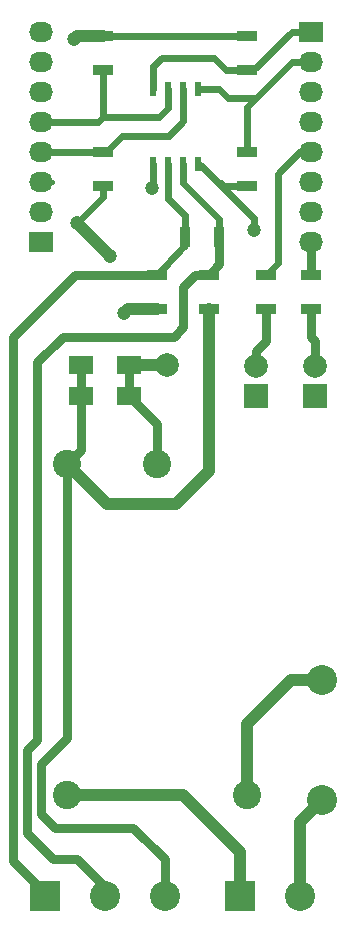
<source format=gbr>
G04 #@! TF.FileFunction,Copper,L1,Top,Signal*
%FSLAX46Y46*%
G04 Gerber Fmt 4.6, Leading zero omitted, Abs format (unit mm)*
G04 Created by KiCad (PCBNEW 4.0.7-e2-6376~61~ubuntu18.04.1) date Sun Jul 15 10:10:36 2018*
%MOMM*%
%LPD*%
G01*
G04 APERTURE LIST*
%ADD10C,0.100000*%
%ADD11R,2.000000X2.000000*%
%ADD12C,2.000000*%
%ADD13C,2.540000*%
%ADD14R,2.540000X2.540000*%
%ADD15C,1.998980*%
%ADD16R,0.508000X1.143000*%
%ADD17R,2.000000X1.600000*%
%ADD18R,1.700000X0.900000*%
%ADD19R,0.900000X1.700000*%
%ADD20R,2.032000X1.727200*%
%ADD21O,2.032000X1.727200*%
%ADD22C,2.400000*%
%ADD23C,1.200000*%
%ADD24C,0.600000*%
%ADD25C,0.800000*%
%ADD26C,1.000000*%
%ADD27C,0.400000*%
%ADD28C,0.700000*%
G04 APERTURE END LIST*
D10*
D11*
X127110000Y-85920000D03*
D12*
X127110000Y-83380000D03*
D11*
X132110000Y-85920000D03*
D12*
X132110000Y-83380000D03*
D13*
X132710000Y-120120000D03*
X132710000Y-109960000D03*
D14*
X125730000Y-128270000D03*
D13*
X130810000Y-128270000D03*
D14*
X109220000Y-128270000D03*
D13*
X114300000Y-128270000D03*
X119380000Y-128270000D03*
D15*
X119510000Y-83320000D03*
D16*
X122215000Y-66295000D03*
X120945000Y-66295000D03*
X119675000Y-66295000D03*
X118405000Y-66295000D03*
X118405000Y-59945000D03*
X119675000Y-59945000D03*
X120945000Y-59945000D03*
X122215000Y-59945000D03*
D17*
X116310000Y-85920000D03*
X112310000Y-85920000D03*
X116310000Y-83320000D03*
X112310000Y-83320000D03*
D18*
X126310000Y-65270000D03*
X126310000Y-68170000D03*
X114110000Y-65270000D03*
X114110000Y-68170000D03*
X114110000Y-58370000D03*
X114110000Y-55470000D03*
X126310000Y-58370000D03*
X126310000Y-55470000D03*
X118710000Y-75670000D03*
X118710000Y-78570000D03*
X127910000Y-78570000D03*
X127910000Y-75670000D03*
X131710000Y-78570000D03*
X131710000Y-75670000D03*
X123110000Y-78570000D03*
X123110000Y-75670000D03*
D19*
X121060000Y-72520000D03*
X123960000Y-72520000D03*
D20*
X131710000Y-55120000D03*
D21*
X131710000Y-57660000D03*
X131710000Y-60200000D03*
X131710000Y-62740000D03*
X131710000Y-65280000D03*
X131710000Y-67820000D03*
X131710000Y-70360000D03*
X131710000Y-72900000D03*
D20*
X108910000Y-72920000D03*
D21*
X108910000Y-70380000D03*
X108910000Y-67840000D03*
X108910000Y-65300000D03*
X108910000Y-62760000D03*
X108910000Y-60220000D03*
X108910000Y-57680000D03*
X108910000Y-55140000D03*
D22*
X111110000Y-119720000D03*
X126310000Y-119720000D03*
X111110000Y-91720000D03*
X118710000Y-91720000D03*
D23*
X118310000Y-68320000D03*
X111710000Y-55720000D03*
X111910000Y-71320000D03*
X114710000Y-74120000D03*
X126910000Y-71920000D03*
X115910000Y-78920000D03*
D24*
X118405000Y-66295000D02*
X118405000Y-68225000D01*
X118405000Y-68225000D02*
X118310000Y-68320000D01*
D25*
X112310000Y-85920000D02*
X112310000Y-90520000D01*
X112310000Y-90520000D02*
X111110000Y-91720000D01*
X112310000Y-83320000D02*
X112310000Y-85920000D01*
X119380000Y-128270000D02*
X119380000Y-125190000D01*
X119380000Y-125190000D02*
X116710000Y-122520000D01*
X116710000Y-122520000D02*
X110110000Y-122520000D01*
X110110000Y-122520000D02*
X108910000Y-121320000D01*
X108910000Y-121320000D02*
X108910000Y-117120000D01*
X108910000Y-117120000D02*
X111110000Y-114920000D01*
X111110000Y-114920000D02*
X111110000Y-91720000D01*
D26*
X123110000Y-78570000D02*
X123110000Y-92320000D01*
X123110000Y-92320000D02*
X120310000Y-95120000D01*
X120310000Y-95120000D02*
X114510000Y-95120000D01*
X114510000Y-95120000D02*
X111110000Y-91720000D01*
X111110000Y-91720000D02*
X111110000Y-91120000D01*
D24*
X111910000Y-71320000D02*
X114110000Y-69120000D01*
X114110000Y-69120000D02*
X114110000Y-68170000D01*
D26*
X111960000Y-55470000D02*
X114110000Y-55470000D01*
X111710000Y-55720000D02*
X111960000Y-55470000D01*
X114710000Y-74120000D02*
X111910000Y-71320000D01*
D24*
X114110000Y-55470000D02*
X126310000Y-55470000D01*
X126310000Y-68170000D02*
X124160000Y-68170000D01*
X124160000Y-68170000D02*
X124110000Y-68120000D01*
X124110000Y-68120000D02*
X124110000Y-67920000D01*
X124110000Y-67920000D02*
X124110000Y-68120000D01*
X122215000Y-66295000D02*
X122285000Y-66295000D01*
X122285000Y-66295000D02*
X124110000Y-68120000D01*
X124110000Y-68120000D02*
X124310000Y-68320000D01*
X124310000Y-68320000D02*
X126910000Y-70920000D01*
X126910000Y-70920000D02*
X126910000Y-71920000D01*
D26*
X116310000Y-83320000D02*
X119510000Y-83320000D01*
X116260000Y-78570000D02*
X118710000Y-78570000D01*
X115910000Y-78920000D02*
X116260000Y-78570000D01*
D25*
X118710000Y-91720000D02*
X118710000Y-88320000D01*
X118710000Y-88320000D02*
X116310000Y-85920000D01*
X116310000Y-85920000D02*
X116310000Y-83320000D01*
X131710000Y-72900000D02*
X131710000Y-75670000D01*
D24*
X119675000Y-66295000D02*
X119675000Y-69285000D01*
X121060000Y-70670000D02*
X121060000Y-72520000D01*
X119675000Y-69285000D02*
X121060000Y-70670000D01*
D25*
X109220000Y-128270000D02*
X109220000Y-128030000D01*
X109220000Y-128030000D02*
X106510000Y-125320000D01*
X106510000Y-125320000D02*
X106510000Y-80920000D01*
X106510000Y-80920000D02*
X111760000Y-75670000D01*
X111760000Y-75670000D02*
X118710000Y-75670000D01*
D24*
X121060000Y-72520000D02*
X121060000Y-73170000D01*
X121060000Y-73170000D02*
X120710000Y-73520000D01*
X120710000Y-73520000D02*
X118710000Y-75670000D01*
D27*
X121060000Y-72520000D02*
X121060000Y-73370000D01*
D24*
X120945000Y-66295000D02*
X120945000Y-67955000D01*
X123960000Y-70970000D02*
X123960000Y-72520000D01*
X120945000Y-67955000D02*
X123960000Y-70970000D01*
D25*
X114300000Y-128270000D02*
X114300000Y-127510000D01*
X114300000Y-127510000D02*
X111910000Y-125120000D01*
X121960000Y-75670000D02*
X123110000Y-75670000D01*
X120910000Y-76720000D02*
X121960000Y-75670000D01*
X120910000Y-80120000D02*
X120910000Y-76720000D01*
X120110000Y-80920000D02*
X120910000Y-80120000D01*
X110710000Y-80920000D02*
X120110000Y-80920000D01*
X108510000Y-83120000D02*
X110710000Y-80920000D01*
X108510000Y-115120000D02*
X108510000Y-83120000D01*
X107710000Y-115920000D02*
X108510000Y-115120000D01*
X107710000Y-122920000D02*
X107710000Y-115920000D01*
X109910000Y-125120000D02*
X107710000Y-122920000D01*
X111910000Y-125120000D02*
X109910000Y-125120000D01*
X114300000Y-127910000D02*
X114300000Y-128270000D01*
X123960000Y-72520000D02*
X123960000Y-74820000D01*
X123960000Y-74820000D02*
X123110000Y-75670000D01*
D27*
X124110000Y-72370000D02*
X123960000Y-72520000D01*
D24*
X131710000Y-65280000D02*
X130750000Y-65280000D01*
X130750000Y-65280000D02*
X128910000Y-67120000D01*
X128910000Y-67120000D02*
X128910000Y-74670000D01*
X128910000Y-74670000D02*
X127910000Y-75670000D01*
D26*
X111110000Y-119720000D02*
X120910000Y-119720000D01*
X125730000Y-124540000D02*
X125730000Y-128270000D01*
X120910000Y-119720000D02*
X125730000Y-124540000D01*
X132710000Y-109960000D02*
X130070000Y-109960000D01*
X126310000Y-113720000D02*
X126310000Y-119720000D01*
X130070000Y-109960000D02*
X126310000Y-113720000D01*
X130810000Y-128270000D02*
X130810000Y-122020000D01*
X130810000Y-122020000D02*
X132710000Y-120120000D01*
D27*
X109790000Y-67840000D02*
X108910000Y-67840000D01*
D25*
X127910000Y-78570000D02*
X127910000Y-81320000D01*
X127110000Y-82120000D02*
X127110000Y-83380000D01*
X127910000Y-81320000D02*
X127110000Y-82120000D01*
X132110000Y-83380000D02*
X132110000Y-81320000D01*
X131710000Y-80920000D02*
X131710000Y-78570000D01*
X132110000Y-81320000D02*
X131710000Y-80920000D01*
D24*
X126310000Y-58370000D02*
X124560000Y-58370000D01*
X118405000Y-58025000D02*
X118405000Y-59945000D01*
X119110000Y-57320000D02*
X118405000Y-58025000D01*
X123510000Y-57320000D02*
X119110000Y-57320000D01*
X124560000Y-58370000D02*
X123510000Y-57320000D01*
X131710000Y-55120000D02*
X130110000Y-55120000D01*
X130110000Y-55120000D02*
X126860000Y-58370000D01*
X126860000Y-58370000D02*
X126310000Y-58370000D01*
X126310000Y-65270000D02*
X126310000Y-61520000D01*
X126310000Y-61520000D02*
X127110000Y-60720000D01*
X122215000Y-59945000D02*
X123935000Y-59945000D01*
X130170000Y-57660000D02*
X131710000Y-57660000D01*
X127110000Y-60720000D02*
X130170000Y-57660000D01*
X124710000Y-60720000D02*
X127110000Y-60720000D01*
X123935000Y-59945000D02*
X124710000Y-60720000D01*
X114110000Y-65270000D02*
X114360000Y-65270000D01*
X114360000Y-65270000D02*
X115710000Y-63920000D01*
X120945000Y-62685000D02*
X120945000Y-59945000D01*
X119710000Y-63920000D02*
X120945000Y-62685000D01*
X115710000Y-63920000D02*
X119710000Y-63920000D01*
X108910000Y-65300000D02*
X114080000Y-65300000D01*
X114080000Y-65300000D02*
X114110000Y-65270000D01*
D28*
X114080000Y-65300000D02*
X114110000Y-65270000D01*
D24*
X114110000Y-58370000D02*
X114110000Y-62320000D01*
X108910000Y-62760000D02*
X113670000Y-62760000D01*
X119675000Y-61555000D02*
X119675000Y-59945000D01*
X118910000Y-62320000D02*
X119675000Y-61555000D01*
X114110000Y-62320000D02*
X118910000Y-62320000D01*
X113670000Y-62760000D02*
X114110000Y-62320000D01*
M02*

</source>
